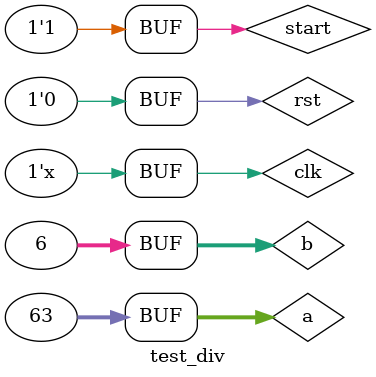
<source format=v>
`timescale 1ns / 1ps


module test_div;

	// Inputs
	reg clk;
	reg rst;
	reg start;
	reg [31:0] a;
	reg [31:0] b;

	// Outputs
	wire done;
	wire [31:0] yshang;
	wire [31:0] yyushu;
	wire [63:0] bb;

	// Instantiate the Unit Under Test (UUT)
	div uut (
		.clk(clk), 
		.rst(rst), 
		.start(start), 
		.a(a), 
		.b(b), 
		.bb(bb),
		.done(done), 
		.yshang(yshang), 
		.yyushu(yyushu)
	);

	initial begin
		// Initialize Inputs
		clk = 0;
		rst = 1;
		start = 1;
		a = 63;
		b = 6;
		#10;
		rst=0;
		// Wait 100 ns for global reset to finish
		#100;
        

	end	// Add stimulus here
		always begin #20;clk=~clk; end
      
endmodule


</source>
